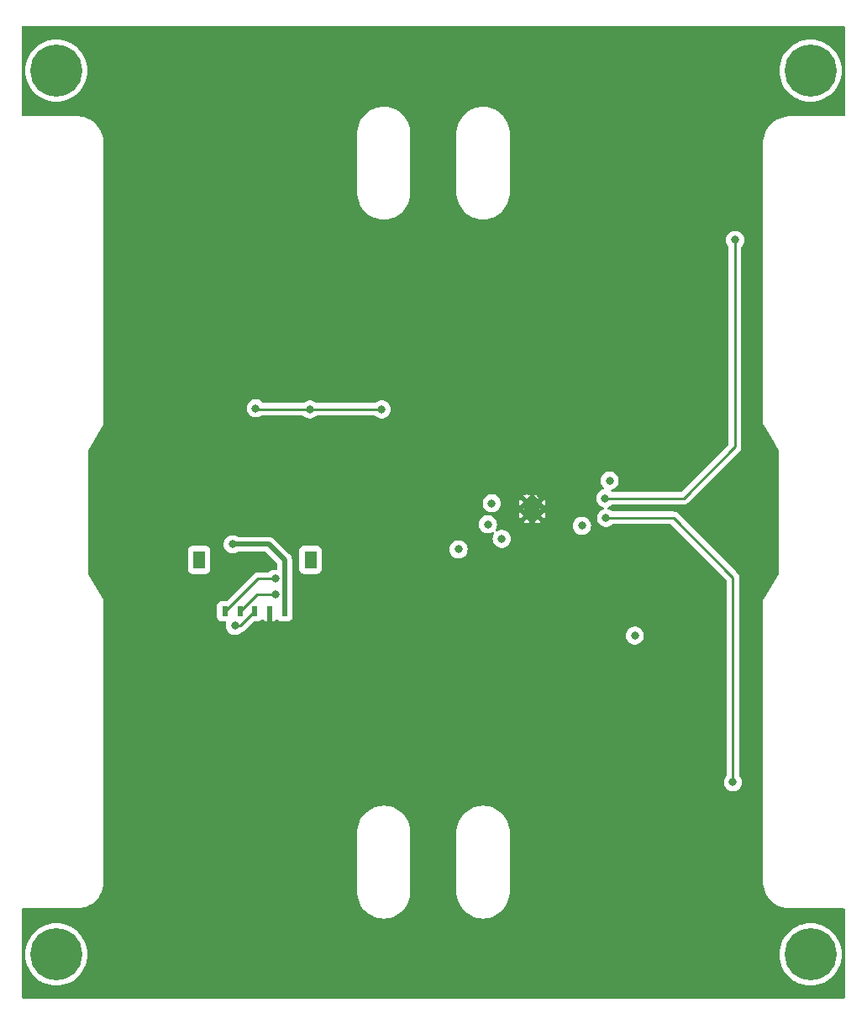
<source format=gbr>
%TF.GenerationSoftware,KiCad,Pcbnew,8.0.2-1*%
%TF.CreationDate,2024-06-12T16:50:45-07:00*%
%TF.ProjectId,solar-panel-NoCutout,736f6c61-722d-4706-916e-656c2d4e6f43,3.0*%
%TF.SameCoordinates,Original*%
%TF.FileFunction,Copper,L4,Bot*%
%TF.FilePolarity,Positive*%
%FSLAX46Y46*%
G04 Gerber Fmt 4.6, Leading zero omitted, Abs format (unit mm)*
G04 Created by KiCad (PCBNEW 8.0.2-1) date 2024-06-12 16:50:45*
%MOMM*%
%LPD*%
G01*
G04 APERTURE LIST*
%TA.AperFunction,ComponentPad*%
%ADD10C,5.250000*%
%TD*%
%TA.AperFunction,HeatsinkPad*%
%ADD11C,0.500000*%
%TD*%
%TA.AperFunction,HeatsinkPad*%
%ADD12R,1.600000X1.800000*%
%TD*%
%TA.AperFunction,SMDPad,CuDef*%
%ADD13R,0.600000X1.000000*%
%TD*%
%TA.AperFunction,SMDPad,CuDef*%
%ADD14R,1.250000X1.800000*%
%TD*%
%TA.AperFunction,ViaPad*%
%ADD15C,0.800000*%
%TD*%
%TA.AperFunction,Conductor*%
%ADD16C,0.250000*%
%TD*%
%TA.AperFunction,Conductor*%
%ADD17C,0.500000*%
%TD*%
G04 APERTURE END LIST*
D10*
%TO.P,J2,1,Pin_1*%
%TO.N,unconnected-(J2-Pin_1-Pad1)*%
X106500000Y-70300000D03*
%TD*%
%TO.P,J3,1,Pin_1*%
%TO.N,unconnected-(J3-Pin_1-Pad1)*%
X106500000Y-159300000D03*
%TD*%
%TO.P,J4,1,Pin_1*%
%TO.N,unconnected-(J4-Pin_1-Pad1)*%
X182500000Y-70300000D03*
%TD*%
%TO.P,J5,1,Pin_1*%
%TO.N,unconnected-(J5-Pin_1-Pad1)*%
X182500000Y-159300000D03*
%TD*%
D11*
%TO.P,U2,9,EP/GND*%
%TO.N,GND*%
X155000000Y-115070000D03*
X155000000Y-113770000D03*
D12*
X154450000Y-114420000D03*
D11*
X153900000Y-115070000D03*
X153900000Y-113770000D03*
%TD*%
D13*
%TO.P,J1,1,1*%
%TO.N,SDA*%
X123500000Y-124750000D03*
%TO.P,J1,2,2*%
%TO.N,SCL*%
X125000000Y-124750000D03*
%TO.P,J1,3,3*%
%TO.N,+3V3*%
X126499999Y-124750000D03*
%TO.P,J1,4,4*%
%TO.N,GND*%
X128000001Y-124750000D03*
%TO.P,J1,5,5*%
%TO.N,VSOLAR*%
X129500001Y-124750000D03*
D14*
%TO.P,J1,6,6*%
%TO.N,unconnected-(J1-Pad6)*%
X120895001Y-119560000D03*
%TO.P,J1,7,7*%
%TO.N,unconnected-(J1-Pad7)*%
X132104999Y-119560000D03*
%TD*%
D15*
%TO.N,GND*%
X168000000Y-156390000D03*
X155250000Y-112975000D03*
X158000000Y-109500000D03*
X144450000Y-156250000D03*
X149675000Y-112100000D03*
X121120000Y-156220000D03*
X124150000Y-116450000D03*
X137975000Y-112925000D03*
X160750000Y-114500000D03*
X164500000Y-110000000D03*
%TO.N,+3V3*%
X139300000Y-104410000D03*
X150375000Y-113875000D03*
X124500000Y-126200000D03*
X151390000Y-117440000D03*
X126600000Y-104300000D03*
X132050000Y-104410000D03*
%TO.N,VSOLAR*%
X124270000Y-118000000D03*
%TO.N,Net-(U3-EN)*%
X159470000Y-116130000D03*
X162260000Y-111570000D03*
%TO.N,SDA*%
X147030000Y-118510000D03*
X128560000Y-121470000D03*
%TO.N,SCL*%
X128630000Y-123030000D03*
X149990000Y-115990000D03*
%TO.N,Net-(U3-OUT+)*%
X161890000Y-115330000D03*
X174680000Y-141950000D03*
X161820000Y-113350000D03*
X164800000Y-127190000D03*
X174900000Y-87350000D03*
%TD*%
D16*
%TO.N,+3V3*%
X139300000Y-104410000D02*
X132050000Y-104410000D01*
X132050000Y-104410000D02*
X126710000Y-104410000D01*
X124500000Y-126200000D02*
X125049999Y-126200000D01*
X126710000Y-104410000D02*
X126600000Y-104300000D01*
X125049999Y-126200000D02*
X126499999Y-124750000D01*
D17*
%TO.N,VSOLAR*%
X129500001Y-119570001D02*
X129500001Y-124750000D01*
X127930000Y-118000000D02*
X129500001Y-119570001D01*
X124270000Y-118000000D02*
X127930000Y-118000000D01*
D16*
%TO.N,SDA*%
X126780000Y-121470000D02*
X128560000Y-121470000D01*
X123500000Y-124750000D02*
X126780000Y-121470000D01*
%TO.N,SCL*%
X125000000Y-124750000D02*
X126720000Y-123030000D01*
X126720000Y-123030000D02*
X128630000Y-123030000D01*
%TO.N,Net-(U3-OUT+)*%
X161820000Y-113350000D02*
X169720000Y-113350000D01*
X169720000Y-113350000D02*
X174900000Y-108170000D01*
X174900000Y-108170000D02*
X174900000Y-87350000D01*
X174680000Y-121310000D02*
X174680000Y-141950000D01*
X168700000Y-115330000D02*
X174680000Y-121310000D01*
X161890000Y-115330000D02*
X168700000Y-115330000D01*
%TD*%
%TA.AperFunction,Conductor*%
%TO.N,GND*%
G36*
X185916621Y-65795502D02*
G01*
X185963114Y-65849158D01*
X185974500Y-65901500D01*
X185974500Y-74773500D01*
X185954498Y-74841621D01*
X185900842Y-74888114D01*
X185848500Y-74899500D01*
X180413112Y-74899500D01*
X180412427Y-74899498D01*
X180400600Y-74899433D01*
X180269453Y-74898720D01*
X180269452Y-74898720D01*
X180269447Y-74898720D01*
X180076259Y-74919477D01*
X179969787Y-74930918D01*
X179969783Y-74930918D01*
X179969781Y-74930919D01*
X179969775Y-74930920D01*
X179675661Y-74996622D01*
X179675645Y-74996626D01*
X179390770Y-75095007D01*
X179390758Y-75095012D01*
X179118766Y-75224817D01*
X178863092Y-75384407D01*
X178626999Y-75571746D01*
X178413483Y-75784456D01*
X178225255Y-76019835D01*
X178064696Y-76274911D01*
X177933861Y-76546415D01*
X177933859Y-76546422D01*
X177834402Y-76830918D01*
X177834397Y-76830932D01*
X177767583Y-77124802D01*
X177767582Y-77124809D01*
X177734250Y-77424355D01*
X177734500Y-77574446D01*
X177734500Y-105931999D01*
X177732230Y-105951093D01*
X177732966Y-105955763D01*
X177733107Y-105957572D01*
X177733929Y-105959186D01*
X177735738Y-105963554D01*
X177747635Y-105978659D01*
X178502617Y-107213220D01*
X179305993Y-108526915D01*
X179324500Y-108592650D01*
X179324500Y-120957348D01*
X179305993Y-121023084D01*
X177747632Y-123571344D01*
X177735737Y-123586449D01*
X177733926Y-123590822D01*
X177733108Y-123592429D01*
X177732968Y-123594222D01*
X177732230Y-123598906D01*
X177734500Y-123618003D01*
X177734500Y-151952482D01*
X177734225Y-152125650D01*
X177734225Y-152125652D01*
X177767574Y-152425179D01*
X177767575Y-152425187D01*
X177833273Y-152714067D01*
X177834410Y-152719067D01*
X177932134Y-152998571D01*
X177933886Y-153003580D01*
X178064724Y-153275068D01*
X178225285Y-153530133D01*
X178413508Y-153765503D01*
X178413514Y-153765510D01*
X178413515Y-153765511D01*
X178627031Y-153978221D01*
X178863120Y-154165562D01*
X179118786Y-154325154D01*
X179390783Y-154454971D01*
X179675656Y-154553366D01*
X179969791Y-154619090D01*
X180269452Y-154651307D01*
X180419585Y-154650502D01*
X180420261Y-154650500D01*
X185848500Y-154650500D01*
X185916621Y-154670502D01*
X185963114Y-154724158D01*
X185974500Y-154776500D01*
X185974500Y-163598500D01*
X185954498Y-163666621D01*
X185900842Y-163713114D01*
X185848500Y-163724500D01*
X103151500Y-163724500D01*
X103083379Y-163704498D01*
X103036886Y-163650842D01*
X103025500Y-163598500D01*
X103025500Y-159300000D01*
X103361563Y-159300000D01*
X103381296Y-159651389D01*
X103381296Y-159651390D01*
X103381297Y-159651393D01*
X103440250Y-159998368D01*
X103517759Y-160267409D01*
X103537683Y-160336564D01*
X103672361Y-160661706D01*
X103672366Y-160661717D01*
X103672373Y-160661729D01*
X103842602Y-160969738D01*
X103842606Y-160969745D01*
X104046268Y-161256779D01*
X104046273Y-161256786D01*
X104147692Y-161370274D01*
X104280790Y-161519210D01*
X104447448Y-161668144D01*
X104543213Y-161753726D01*
X104543220Y-161753731D01*
X104830254Y-161957393D01*
X104830261Y-161957397D01*
X104943389Y-162019920D01*
X105138283Y-162127634D01*
X105463440Y-162262318D01*
X105801632Y-162359750D01*
X106148607Y-162418703D01*
X106500000Y-162438437D01*
X106851393Y-162418703D01*
X107198368Y-162359750D01*
X107536560Y-162262318D01*
X107861717Y-162127634D01*
X108169749Y-161957391D01*
X108456783Y-161753729D01*
X108719210Y-161519210D01*
X108953729Y-161256783D01*
X109157391Y-160969749D01*
X109327634Y-160661717D01*
X109462318Y-160336560D01*
X109559750Y-159998368D01*
X109618703Y-159651393D01*
X109638437Y-159300000D01*
X179361563Y-159300000D01*
X179381296Y-159651389D01*
X179381296Y-159651390D01*
X179381297Y-159651393D01*
X179440250Y-159998368D01*
X179517759Y-160267409D01*
X179537683Y-160336564D01*
X179672361Y-160661706D01*
X179672366Y-160661717D01*
X179672373Y-160661729D01*
X179842602Y-160969738D01*
X179842606Y-160969745D01*
X180046268Y-161256779D01*
X180046273Y-161256786D01*
X180147692Y-161370274D01*
X180280790Y-161519210D01*
X180447448Y-161668144D01*
X180543213Y-161753726D01*
X180543220Y-161753731D01*
X180830254Y-161957393D01*
X180830261Y-161957397D01*
X180943389Y-162019920D01*
X181138283Y-162127634D01*
X181463440Y-162262318D01*
X181801632Y-162359750D01*
X182148607Y-162418703D01*
X182500000Y-162438437D01*
X182851393Y-162418703D01*
X183198368Y-162359750D01*
X183536560Y-162262318D01*
X183861717Y-162127634D01*
X184169749Y-161957391D01*
X184456783Y-161753729D01*
X184719210Y-161519210D01*
X184953729Y-161256783D01*
X185157391Y-160969749D01*
X185327634Y-160661717D01*
X185462318Y-160336560D01*
X185559750Y-159998368D01*
X185618703Y-159651393D01*
X185638437Y-159300000D01*
X185618703Y-158948607D01*
X185559750Y-158601632D01*
X185462318Y-158263440D01*
X185327634Y-157938283D01*
X185157391Y-157630251D01*
X184953729Y-157343217D01*
X184953728Y-157343216D01*
X184953726Y-157343213D01*
X184868144Y-157247448D01*
X184719210Y-157080790D01*
X184570274Y-156947692D01*
X184456786Y-156846273D01*
X184456779Y-156846268D01*
X184169745Y-156642606D01*
X184169738Y-156642602D01*
X183949669Y-156520975D01*
X183861717Y-156472366D01*
X183861710Y-156472363D01*
X183861706Y-156472361D01*
X183536564Y-156337683D01*
X183467409Y-156317759D01*
X183198368Y-156240250D01*
X183198362Y-156240249D01*
X183198359Y-156240248D01*
X182851389Y-156181296D01*
X182500000Y-156161563D01*
X182148610Y-156181296D01*
X182148609Y-156181296D01*
X181801640Y-156240248D01*
X181801634Y-156240249D01*
X181801632Y-156240250D01*
X181663330Y-156280094D01*
X181463435Y-156337683D01*
X181138293Y-156472361D01*
X181138270Y-156472373D01*
X180830261Y-156642602D01*
X180830254Y-156642606D01*
X180543220Y-156846268D01*
X180543213Y-156846273D01*
X180280790Y-157080790D01*
X180046273Y-157343213D01*
X180046268Y-157343220D01*
X179842606Y-157630254D01*
X179842602Y-157630261D01*
X179672373Y-157938270D01*
X179672361Y-157938293D01*
X179537683Y-158263435D01*
X179440248Y-158601640D01*
X179381296Y-158948609D01*
X179381296Y-158948610D01*
X179361563Y-159300000D01*
X109638437Y-159300000D01*
X109618703Y-158948607D01*
X109559750Y-158601632D01*
X109462318Y-158263440D01*
X109327634Y-157938283D01*
X109157391Y-157630251D01*
X108953729Y-157343217D01*
X108953728Y-157343216D01*
X108953726Y-157343213D01*
X108868144Y-157247448D01*
X108719210Y-157080790D01*
X108570274Y-156947692D01*
X108456786Y-156846273D01*
X108456779Y-156846268D01*
X108169745Y-156642606D01*
X108169738Y-156642602D01*
X107949669Y-156520975D01*
X107861717Y-156472366D01*
X107861710Y-156472363D01*
X107861706Y-156472361D01*
X107536564Y-156337683D01*
X107467409Y-156317759D01*
X107198368Y-156240250D01*
X107198362Y-156240249D01*
X107198359Y-156240248D01*
X106851389Y-156181296D01*
X106500000Y-156161563D01*
X106148610Y-156181296D01*
X106148609Y-156181296D01*
X105801640Y-156240248D01*
X105801634Y-156240249D01*
X105801632Y-156240250D01*
X105663330Y-156280094D01*
X105463435Y-156337683D01*
X105138293Y-156472361D01*
X105138270Y-156472373D01*
X104830261Y-156642602D01*
X104830254Y-156642606D01*
X104543220Y-156846268D01*
X104543213Y-156846273D01*
X104280790Y-157080790D01*
X104046273Y-157343213D01*
X104046268Y-157343220D01*
X103842606Y-157630254D01*
X103842602Y-157630261D01*
X103672373Y-157938270D01*
X103672361Y-157938293D01*
X103537683Y-158263435D01*
X103440248Y-158601640D01*
X103381296Y-158948609D01*
X103381296Y-158948610D01*
X103361563Y-159300000D01*
X103025500Y-159300000D01*
X103025500Y-154771500D01*
X103045502Y-154703379D01*
X103099158Y-154656886D01*
X103151500Y-154645500D01*
X108579855Y-154645500D01*
X108586765Y-154645500D01*
X108587445Y-154645502D01*
X108588434Y-154645507D01*
X108730547Y-154646275D01*
X109030208Y-154614068D01*
X109226298Y-154570257D01*
X109324340Y-154548353D01*
X109324343Y-154548352D01*
X109373203Y-154531477D01*
X109609218Y-154449964D01*
X109881216Y-154320151D01*
X110136883Y-154160562D01*
X110372972Y-153973224D01*
X110586488Y-153760514D01*
X110774717Y-153525134D01*
X110935271Y-153270073D01*
X111066112Y-152998568D01*
X111165577Y-152714067D01*
X111232403Y-152420182D01*
X111265744Y-152120645D01*
X111265500Y-151970567D01*
X111265500Y-146844167D01*
X136824500Y-146844167D01*
X136824500Y-153155832D01*
X136860681Y-153465378D01*
X136860682Y-153465384D01*
X136876028Y-153530133D01*
X136930629Y-153760513D01*
X136932557Y-153768645D01*
X136932558Y-153768650D01*
X137039146Y-154061497D01*
X137039151Y-154061509D01*
X137179024Y-154340021D01*
X137350279Y-154600400D01*
X137550610Y-154839147D01*
X137777310Y-155053028D01*
X137920893Y-155159921D01*
X138027297Y-155239136D01*
X138297203Y-155394966D01*
X138583374Y-155518408D01*
X138881942Y-155607793D01*
X139188867Y-155661913D01*
X139500000Y-155680034D01*
X139811133Y-155661913D01*
X140118058Y-155607793D01*
X140416626Y-155518408D01*
X140702797Y-155394966D01*
X140972703Y-155239136D01*
X141222693Y-155053025D01*
X141449386Y-154839151D01*
X141649717Y-154600405D01*
X141820978Y-154340017D01*
X141960850Y-154061507D01*
X142067444Y-153768642D01*
X142139318Y-153465383D01*
X142175500Y-153155830D01*
X142175500Y-153000000D01*
X142175500Y-152991715D01*
X142175500Y-146989438D01*
X142175500Y-146844170D01*
X142175500Y-146844167D01*
X146824500Y-146844167D01*
X146824500Y-153155832D01*
X146860681Y-153465378D01*
X146860682Y-153465384D01*
X146876028Y-153530133D01*
X146930629Y-153760513D01*
X146932557Y-153768645D01*
X146932558Y-153768650D01*
X147039146Y-154061497D01*
X147039151Y-154061509D01*
X147179024Y-154340021D01*
X147350279Y-154600400D01*
X147550610Y-154839147D01*
X147777310Y-155053028D01*
X147920893Y-155159921D01*
X148027297Y-155239136D01*
X148297203Y-155394966D01*
X148583374Y-155518408D01*
X148881942Y-155607793D01*
X149188867Y-155661913D01*
X149500000Y-155680034D01*
X149811133Y-155661913D01*
X150118058Y-155607793D01*
X150416626Y-155518408D01*
X150702797Y-155394966D01*
X150972703Y-155239136D01*
X151222693Y-155053025D01*
X151449386Y-154839151D01*
X151649717Y-154600405D01*
X151820978Y-154340017D01*
X151960850Y-154061507D01*
X152067444Y-153768642D01*
X152139318Y-153465383D01*
X152175500Y-153155830D01*
X152175500Y-153000000D01*
X152175500Y-152991715D01*
X152175500Y-146989438D01*
X152175500Y-146844170D01*
X152139318Y-146534617D01*
X152067444Y-146231358D01*
X151960850Y-145938493D01*
X151820978Y-145659983D01*
X151820975Y-145659978D01*
X151649720Y-145399599D01*
X151449389Y-145160852D01*
X151222689Y-144946971D01*
X150972718Y-144760875D01*
X150972715Y-144760873D01*
X150972703Y-144760864D01*
X150702797Y-144605034D01*
X150702798Y-144605034D01*
X150702794Y-144605032D01*
X150416633Y-144481595D01*
X150416632Y-144481594D01*
X150416626Y-144481592D01*
X150118058Y-144392207D01*
X150118059Y-144392207D01*
X150023309Y-144375500D01*
X149811133Y-144338087D01*
X149811129Y-144338086D01*
X149811125Y-144338086D01*
X149500000Y-144319966D01*
X149188877Y-144338086D01*
X149188871Y-144338086D01*
X148881941Y-144392207D01*
X148754360Y-144430402D01*
X148583374Y-144481592D01*
X148583372Y-144481593D01*
X148583366Y-144481595D01*
X148297205Y-144605032D01*
X148297200Y-144605035D01*
X148027308Y-144760857D01*
X148027281Y-144760875D01*
X147777310Y-144946971D01*
X147550610Y-145160852D01*
X147350279Y-145399599D01*
X147179024Y-145659978D01*
X147039151Y-145938490D01*
X147039146Y-145938502D01*
X146932558Y-146231349D01*
X146932557Y-146231354D01*
X146860682Y-146534615D01*
X146860681Y-146534621D01*
X146824500Y-146844167D01*
X142175500Y-146844167D01*
X142139318Y-146534617D01*
X142067444Y-146231358D01*
X141960850Y-145938493D01*
X141820978Y-145659983D01*
X141820975Y-145659978D01*
X141649720Y-145399599D01*
X141449389Y-145160852D01*
X141222689Y-144946971D01*
X140972718Y-144760875D01*
X140972715Y-144760873D01*
X140972703Y-144760864D01*
X140702797Y-144605034D01*
X140702798Y-144605034D01*
X140702794Y-144605032D01*
X140416633Y-144481595D01*
X140416632Y-144481594D01*
X140416626Y-144481592D01*
X140118058Y-144392207D01*
X140118059Y-144392207D01*
X140023309Y-144375500D01*
X139811133Y-144338087D01*
X139811129Y-144338086D01*
X139811125Y-144338086D01*
X139500000Y-144319966D01*
X139188877Y-144338086D01*
X139188871Y-144338086D01*
X138881941Y-144392207D01*
X138754360Y-144430402D01*
X138583374Y-144481592D01*
X138583372Y-144481593D01*
X138583366Y-144481595D01*
X138297205Y-144605032D01*
X138297200Y-144605035D01*
X138027308Y-144760857D01*
X138027281Y-144760875D01*
X137777310Y-144946971D01*
X137550610Y-145160852D01*
X137350279Y-145399599D01*
X137179024Y-145659978D01*
X137039151Y-145938490D01*
X137039146Y-145938502D01*
X136932558Y-146231349D01*
X136932557Y-146231354D01*
X136860682Y-146534615D01*
X136860681Y-146534621D01*
X136824500Y-146844167D01*
X111265500Y-146844167D01*
X111265500Y-127190000D01*
X163886496Y-127190000D01*
X163906457Y-127379927D01*
X163936526Y-127472470D01*
X163965473Y-127561556D01*
X163965476Y-127561561D01*
X164060958Y-127726941D01*
X164060965Y-127726951D01*
X164188744Y-127868864D01*
X164188747Y-127868866D01*
X164343248Y-127981118D01*
X164517712Y-128058794D01*
X164704513Y-128098500D01*
X164895487Y-128098500D01*
X165082288Y-128058794D01*
X165256752Y-127981118D01*
X165411253Y-127868866D01*
X165539040Y-127726944D01*
X165634527Y-127561556D01*
X165693542Y-127379928D01*
X165713504Y-127190000D01*
X165693542Y-127000072D01*
X165634527Y-126818444D01*
X165539040Y-126653056D01*
X165539038Y-126653054D01*
X165539034Y-126653048D01*
X165411255Y-126511135D01*
X165256752Y-126398882D01*
X165082288Y-126321206D01*
X164895487Y-126281500D01*
X164704513Y-126281500D01*
X164517711Y-126321206D01*
X164343247Y-126398882D01*
X164188744Y-126511135D01*
X164060965Y-126653048D01*
X164060958Y-126653058D01*
X163965476Y-126818438D01*
X163965473Y-126818444D01*
X163953600Y-126854984D01*
X163906457Y-127000072D01*
X163886496Y-127190000D01*
X111265500Y-127190000D01*
X111265500Y-124201350D01*
X122691500Y-124201350D01*
X122691500Y-125298649D01*
X122698009Y-125359196D01*
X122698011Y-125359204D01*
X122749110Y-125496202D01*
X122749112Y-125496207D01*
X122836738Y-125613261D01*
X122953792Y-125700887D01*
X122953794Y-125700888D01*
X122953796Y-125700889D01*
X123012875Y-125722924D01*
X123090795Y-125751988D01*
X123090803Y-125751990D01*
X123151350Y-125758499D01*
X123151355Y-125758499D01*
X123151362Y-125758500D01*
X123514775Y-125758500D01*
X123582896Y-125778502D01*
X123629389Y-125832158D01*
X123639493Y-125902432D01*
X123634608Y-125923437D01*
X123606457Y-126010072D01*
X123586496Y-126200000D01*
X123606457Y-126389927D01*
X123609367Y-126398882D01*
X123665473Y-126571556D01*
X123665476Y-126571561D01*
X123760958Y-126736941D01*
X123760965Y-126736951D01*
X123888744Y-126878864D01*
X123888747Y-126878866D01*
X124043248Y-126991118D01*
X124217712Y-127068794D01*
X124404513Y-127108500D01*
X124595487Y-127108500D01*
X124782288Y-127068794D01*
X124956752Y-126991118D01*
X125111253Y-126878866D01*
X125132756Y-126854982D01*
X125193200Y-126817743D01*
X125201797Y-126815716D01*
X125234784Y-126809155D01*
X125350074Y-126761400D01*
X125453832Y-126692071D01*
X126350500Y-125795404D01*
X126412812Y-125761379D01*
X126439595Y-125758500D01*
X126848631Y-125758500D01*
X126848637Y-125758500D01*
X126848644Y-125758499D01*
X126848648Y-125758499D01*
X126909195Y-125751990D01*
X126909198Y-125751989D01*
X126909200Y-125751989D01*
X127046203Y-125700889D01*
X127046796Y-125700445D01*
X127170474Y-125607861D01*
X127171732Y-125609542D01*
X127223574Y-125581234D01*
X127294389Y-125586299D01*
X127329071Y-125608588D01*
X127329883Y-125607504D01*
X127454035Y-125700444D01*
X127590907Y-125751494D01*
X127651403Y-125757999D01*
X127651416Y-125758000D01*
X127746001Y-125758000D01*
X127746001Y-124622000D01*
X127766003Y-124553879D01*
X127819659Y-124507386D01*
X127872001Y-124496000D01*
X128128001Y-124496000D01*
X128196122Y-124516002D01*
X128242615Y-124569658D01*
X128254001Y-124622000D01*
X128254001Y-125758000D01*
X128348586Y-125758000D01*
X128348598Y-125757999D01*
X128409094Y-125751494D01*
X128545964Y-125700445D01*
X128670118Y-125607503D01*
X128671464Y-125609301D01*
X128722844Y-125581238D01*
X128793661Y-125586294D01*
X128828778Y-125608859D01*
X128829526Y-125607861D01*
X128953793Y-125700887D01*
X128953795Y-125700888D01*
X128953797Y-125700889D01*
X129012876Y-125722924D01*
X129090796Y-125751988D01*
X129090804Y-125751990D01*
X129151351Y-125758499D01*
X129151356Y-125758499D01*
X129151363Y-125758500D01*
X129151369Y-125758500D01*
X129848633Y-125758500D01*
X129848639Y-125758500D01*
X129848646Y-125758499D01*
X129848650Y-125758499D01*
X129909197Y-125751990D01*
X129909200Y-125751989D01*
X129909202Y-125751989D01*
X130046205Y-125700889D01*
X130046800Y-125700444D01*
X130163262Y-125613261D01*
X130250888Y-125496207D01*
X130250888Y-125496206D01*
X130250890Y-125496204D01*
X130301990Y-125359201D01*
X130308501Y-125298638D01*
X130308501Y-124201362D01*
X130301990Y-124140803D01*
X130301990Y-124140800D01*
X130301988Y-124140795D01*
X130288282Y-124104046D01*
X130266445Y-124045498D01*
X130258501Y-124001466D01*
X130258501Y-119495294D01*
X130258500Y-119495291D01*
X130235327Y-119378794D01*
X130229352Y-119348755D01*
X130172175Y-119210717D01*
X130089166Y-119086485D01*
X129983517Y-118980836D01*
X129614031Y-118611350D01*
X130971499Y-118611350D01*
X130971499Y-120508649D01*
X130978008Y-120569196D01*
X130978010Y-120569204D01*
X131029109Y-120706202D01*
X131029111Y-120706207D01*
X131116737Y-120823261D01*
X131233791Y-120910887D01*
X131233793Y-120910888D01*
X131233795Y-120910889D01*
X131292874Y-120932924D01*
X131370794Y-120961988D01*
X131370802Y-120961990D01*
X131431349Y-120968499D01*
X131431354Y-120968499D01*
X131431361Y-120968500D01*
X131431367Y-120968500D01*
X132778631Y-120968500D01*
X132778637Y-120968500D01*
X132778644Y-120968499D01*
X132778648Y-120968499D01*
X132839195Y-120961990D01*
X132839198Y-120961989D01*
X132839200Y-120961989D01*
X132976203Y-120910889D01*
X133093260Y-120823261D01*
X133180886Y-120706207D01*
X133180886Y-120706206D01*
X133180888Y-120706204D01*
X133224959Y-120588045D01*
X133231987Y-120569204D01*
X133231989Y-120569196D01*
X133238498Y-120508649D01*
X133238499Y-120508632D01*
X133238499Y-118611367D01*
X133238498Y-118611350D01*
X133231989Y-118550803D01*
X133231987Y-118550795D01*
X133216771Y-118510000D01*
X146116496Y-118510000D01*
X146136457Y-118699927D01*
X146155489Y-118758500D01*
X146195473Y-118881556D01*
X146195476Y-118881561D01*
X146290958Y-119046941D01*
X146290965Y-119046951D01*
X146418744Y-119188864D01*
X146418747Y-119188866D01*
X146573248Y-119301118D01*
X146747712Y-119378794D01*
X146934513Y-119418500D01*
X147125487Y-119418500D01*
X147312288Y-119378794D01*
X147486752Y-119301118D01*
X147641253Y-119188866D01*
X147769040Y-119046944D01*
X147864527Y-118881556D01*
X147923542Y-118699928D01*
X147943504Y-118510000D01*
X147923542Y-118320072D01*
X147864527Y-118138444D01*
X147769040Y-117973056D01*
X147769038Y-117973054D01*
X147769034Y-117973048D01*
X147641255Y-117831135D01*
X147486752Y-117718882D01*
X147312288Y-117641206D01*
X147125487Y-117601500D01*
X146934513Y-117601500D01*
X146747711Y-117641206D01*
X146573247Y-117718882D01*
X146418744Y-117831135D01*
X146290965Y-117973048D01*
X146290958Y-117973058D01*
X146195476Y-118138438D01*
X146195473Y-118138445D01*
X146136457Y-118320072D01*
X146116496Y-118510000D01*
X133216771Y-118510000D01*
X133180888Y-118413797D01*
X133180886Y-118413792D01*
X133093260Y-118296738D01*
X132976206Y-118209112D01*
X132976201Y-118209110D01*
X132839203Y-118158011D01*
X132839195Y-118158009D01*
X132778648Y-118151500D01*
X132778637Y-118151500D01*
X131431361Y-118151500D01*
X131431349Y-118151500D01*
X131370802Y-118158009D01*
X131370794Y-118158011D01*
X131233796Y-118209110D01*
X131233791Y-118209112D01*
X131116737Y-118296738D01*
X131029111Y-118413792D01*
X131029109Y-118413797D01*
X130978010Y-118550795D01*
X130978008Y-118550803D01*
X130971499Y-118611350D01*
X129614031Y-118611350D01*
X128413515Y-117410834D01*
X128289284Y-117327826D01*
X128151247Y-117270649D01*
X128077976Y-117256074D01*
X128077975Y-117256073D01*
X128004711Y-117241500D01*
X128004706Y-117241500D01*
X124812587Y-117241500D01*
X124744466Y-117221498D01*
X124738524Y-117217435D01*
X124726754Y-117208883D01*
X124552288Y-117131206D01*
X124365487Y-117091500D01*
X124174513Y-117091500D01*
X123987711Y-117131206D01*
X123813247Y-117208882D01*
X123658744Y-117321135D01*
X123530965Y-117463048D01*
X123530958Y-117463058D01*
X123451029Y-117601500D01*
X123435473Y-117628444D01*
X123420999Y-117672986D01*
X123376457Y-117810072D01*
X123356496Y-118000000D01*
X123376457Y-118189927D01*
X123406526Y-118282470D01*
X123435473Y-118371556D01*
X123435476Y-118371561D01*
X123530958Y-118536941D01*
X123530965Y-118536951D01*
X123658744Y-118678864D01*
X123658747Y-118678866D01*
X123813248Y-118791118D01*
X123987712Y-118868794D01*
X124174513Y-118908500D01*
X124365487Y-118908500D01*
X124552288Y-118868794D01*
X124726752Y-118791118D01*
X124738524Y-118782564D01*
X124805391Y-118758706D01*
X124812587Y-118758500D01*
X127563629Y-118758500D01*
X127631750Y-118778502D01*
X127652724Y-118795405D01*
X128704596Y-119847277D01*
X128738622Y-119909589D01*
X128741501Y-119936372D01*
X128741501Y-120435500D01*
X128721499Y-120503621D01*
X128667843Y-120550114D01*
X128615501Y-120561500D01*
X128464513Y-120561500D01*
X128277711Y-120601206D01*
X128103247Y-120678882D01*
X127948747Y-120791133D01*
X127945437Y-120794810D01*
X127884991Y-120832050D01*
X127851800Y-120836500D01*
X126717603Y-120836500D01*
X126644960Y-120850950D01*
X126595215Y-120860845D01*
X126595213Y-120860845D01*
X126595207Y-120860847D01*
X126485800Y-120906166D01*
X126485794Y-120906169D01*
X126479926Y-120908599D01*
X126376171Y-120977926D01*
X126376164Y-120977931D01*
X123649501Y-123704595D01*
X123587189Y-123738621D01*
X123560406Y-123741500D01*
X123151350Y-123741500D01*
X123090803Y-123748009D01*
X123090795Y-123748011D01*
X122953797Y-123799110D01*
X122953792Y-123799112D01*
X122836738Y-123886738D01*
X122749112Y-124003792D01*
X122749110Y-124003797D01*
X122698011Y-124140795D01*
X122698009Y-124140803D01*
X122691500Y-124201350D01*
X111265500Y-124201350D01*
X111265500Y-123613003D01*
X111267769Y-123593906D01*
X111267032Y-123589222D01*
X111266891Y-123587430D01*
X111266074Y-123585823D01*
X111264260Y-123581444D01*
X111252363Y-123566339D01*
X109694007Y-121018084D01*
X109675500Y-120952348D01*
X109675500Y-118611350D01*
X119761501Y-118611350D01*
X119761501Y-120508649D01*
X119768010Y-120569196D01*
X119768012Y-120569204D01*
X119819111Y-120706202D01*
X119819113Y-120706207D01*
X119906739Y-120823261D01*
X120023793Y-120910887D01*
X120023795Y-120910888D01*
X120023797Y-120910889D01*
X120082876Y-120932924D01*
X120160796Y-120961988D01*
X120160804Y-120961990D01*
X120221351Y-120968499D01*
X120221356Y-120968499D01*
X120221363Y-120968500D01*
X120221369Y-120968500D01*
X121568633Y-120968500D01*
X121568639Y-120968500D01*
X121568646Y-120968499D01*
X121568650Y-120968499D01*
X121629197Y-120961990D01*
X121629200Y-120961989D01*
X121629202Y-120961989D01*
X121766205Y-120910889D01*
X121883262Y-120823261D01*
X121970888Y-120706207D01*
X121970888Y-120706206D01*
X121970890Y-120706204D01*
X122014961Y-120588045D01*
X122021989Y-120569204D01*
X122021991Y-120569196D01*
X122028500Y-120508649D01*
X122028501Y-120508632D01*
X122028501Y-118611367D01*
X122028500Y-118611350D01*
X122021991Y-118550803D01*
X122021989Y-118550795D01*
X121970890Y-118413797D01*
X121970888Y-118413792D01*
X121883262Y-118296738D01*
X121766208Y-118209112D01*
X121766203Y-118209110D01*
X121629205Y-118158011D01*
X121629197Y-118158009D01*
X121568650Y-118151500D01*
X121568639Y-118151500D01*
X120221363Y-118151500D01*
X120221351Y-118151500D01*
X120160804Y-118158009D01*
X120160796Y-118158011D01*
X120023798Y-118209110D01*
X120023793Y-118209112D01*
X119906739Y-118296738D01*
X119819113Y-118413792D01*
X119819111Y-118413797D01*
X119768012Y-118550795D01*
X119768010Y-118550803D01*
X119761501Y-118611350D01*
X109675500Y-118611350D01*
X109675500Y-115990000D01*
X149076496Y-115990000D01*
X149096457Y-116179927D01*
X149115489Y-116238500D01*
X149155473Y-116361556D01*
X149155476Y-116361561D01*
X149250958Y-116526941D01*
X149250965Y-116526951D01*
X149378744Y-116668864D01*
X149378747Y-116668866D01*
X149533248Y-116781118D01*
X149707712Y-116858794D01*
X149894513Y-116898500D01*
X150085487Y-116898500D01*
X150272288Y-116858794D01*
X150446752Y-116781118D01*
X150446768Y-116781106D01*
X150451419Y-116778422D01*
X150520413Y-116761679D01*
X150587507Y-116784895D01*
X150631398Y-116840699D01*
X150638152Y-116911374D01*
X150623546Y-116950537D01*
X150555476Y-117068438D01*
X150555473Y-117068445D01*
X150496457Y-117250072D01*
X150476496Y-117440000D01*
X150496457Y-117629927D01*
X150500122Y-117641206D01*
X150555473Y-117811556D01*
X150555476Y-117811561D01*
X150650958Y-117976941D01*
X150650965Y-117976951D01*
X150778744Y-118118864D01*
X150832625Y-118158011D01*
X150933248Y-118231118D01*
X151107712Y-118308794D01*
X151294513Y-118348500D01*
X151485487Y-118348500D01*
X151672288Y-118308794D01*
X151846752Y-118231118D01*
X152001253Y-118118866D01*
X152001255Y-118118864D01*
X152129034Y-117976951D01*
X152129035Y-117976949D01*
X152129040Y-117976944D01*
X152224527Y-117811556D01*
X152283542Y-117629928D01*
X152303504Y-117440000D01*
X152283542Y-117250072D01*
X152224527Y-117068444D01*
X152129040Y-116903056D01*
X152129038Y-116903054D01*
X152129034Y-116903048D01*
X152001255Y-116761135D01*
X151846752Y-116648882D01*
X151672288Y-116571206D01*
X151485487Y-116531500D01*
X151294513Y-116531500D01*
X151107711Y-116571206D01*
X150933247Y-116648882D01*
X150928568Y-116651584D01*
X150859572Y-116668319D01*
X150792481Y-116645096D01*
X150748596Y-116589287D01*
X150741850Y-116518611D01*
X150756450Y-116479467D01*
X150824527Y-116361556D01*
X150883542Y-116179928D01*
X150888790Y-116130000D01*
X158556496Y-116130000D01*
X158576457Y-116319927D01*
X158589985Y-116361561D01*
X158635473Y-116501556D01*
X158635476Y-116501561D01*
X158730958Y-116666941D01*
X158730965Y-116666951D01*
X158858744Y-116808864D01*
X158858747Y-116808866D01*
X159013248Y-116921118D01*
X159187712Y-116998794D01*
X159374513Y-117038500D01*
X159565487Y-117038500D01*
X159752288Y-116998794D01*
X159926752Y-116921118D01*
X160081253Y-116808866D01*
X160102837Y-116784895D01*
X160209034Y-116666951D01*
X160209035Y-116666949D01*
X160209040Y-116666944D01*
X160304527Y-116501556D01*
X160363542Y-116319928D01*
X160383504Y-116130000D01*
X160363542Y-115940072D01*
X160304527Y-115758444D01*
X160209040Y-115593056D01*
X160209038Y-115593054D01*
X160209034Y-115593048D01*
X160081255Y-115451135D01*
X159926752Y-115338882D01*
X159752288Y-115261206D01*
X159565487Y-115221500D01*
X159374513Y-115221500D01*
X159187711Y-115261206D01*
X159013247Y-115338882D01*
X158858744Y-115451135D01*
X158730965Y-115593048D01*
X158730958Y-115593058D01*
X158635476Y-115758438D01*
X158635473Y-115758445D01*
X158576457Y-115940072D01*
X158556496Y-116130000D01*
X150888790Y-116130000D01*
X150903504Y-115990000D01*
X150883542Y-115800072D01*
X150869286Y-115756198D01*
X153567353Y-115756198D01*
X153569032Y-115757254D01*
X153569035Y-115757255D01*
X153730259Y-115813669D01*
X153900000Y-115832795D01*
X154069740Y-115813669D01*
X154230963Y-115757256D01*
X154232644Y-115756198D01*
X154667353Y-115756198D01*
X154669032Y-115757254D01*
X154669035Y-115757255D01*
X154830259Y-115813669D01*
X155000000Y-115832795D01*
X155169740Y-115813669D01*
X155330963Y-115757256D01*
X155332644Y-115756198D01*
X155332644Y-115756196D01*
X155000001Y-115423553D01*
X155000000Y-115423553D01*
X154667353Y-115756198D01*
X154232644Y-115756198D01*
X154232644Y-115756196D01*
X153900001Y-115423553D01*
X153900000Y-115423553D01*
X153567353Y-115756198D01*
X150869286Y-115756198D01*
X150824527Y-115618444D01*
X150729040Y-115453056D01*
X150729038Y-115453054D01*
X150729034Y-115453048D01*
X150601255Y-115311135D01*
X150446752Y-115198882D01*
X150272288Y-115121206D01*
X150085487Y-115081500D01*
X149894513Y-115081500D01*
X149707711Y-115121206D01*
X149533247Y-115198882D01*
X149378744Y-115311135D01*
X149250965Y-115453048D01*
X149250958Y-115453058D01*
X149155476Y-115618438D01*
X149155473Y-115618445D01*
X149096457Y-115800072D01*
X149076496Y-115990000D01*
X109675500Y-115990000D01*
X109675500Y-115070000D01*
X153137204Y-115070000D01*
X153156330Y-115239740D01*
X153212744Y-115400963D01*
X153212746Y-115400967D01*
X153213800Y-115402644D01*
X153213801Y-115402645D01*
X153546447Y-115069999D01*
X153526557Y-115050109D01*
X153800000Y-115050109D01*
X153800000Y-115089891D01*
X153815224Y-115126645D01*
X153843355Y-115154776D01*
X153880109Y-115170000D01*
X153919891Y-115170000D01*
X153956645Y-115154776D01*
X153984776Y-115126645D01*
X154000000Y-115089891D01*
X154000000Y-115069999D01*
X154253553Y-115069999D01*
X154253553Y-115070001D01*
X154449999Y-115266447D01*
X154450001Y-115266447D01*
X154646447Y-115070001D01*
X154646447Y-115069999D01*
X154626557Y-115050109D01*
X154900000Y-115050109D01*
X154900000Y-115089891D01*
X154915224Y-115126645D01*
X154943355Y-115154776D01*
X154980109Y-115170000D01*
X155019891Y-115170000D01*
X155056645Y-115154776D01*
X155084776Y-115126645D01*
X155100000Y-115089891D01*
X155100000Y-115069999D01*
X155353553Y-115069999D01*
X155353553Y-115070001D01*
X155686196Y-115402644D01*
X155686198Y-115402644D01*
X155687256Y-115400963D01*
X155743669Y-115239740D01*
X155762795Y-115070000D01*
X155743669Y-114900259D01*
X155687255Y-114739035D01*
X155687254Y-114739032D01*
X155686198Y-114737354D01*
X155353553Y-115069999D01*
X155100000Y-115069999D01*
X155100000Y-115050109D01*
X155084776Y-115013355D01*
X155056645Y-114985224D01*
X155019891Y-114970000D01*
X154980109Y-114970000D01*
X154943355Y-114985224D01*
X154915224Y-115013355D01*
X154900000Y-115050109D01*
X154626557Y-115050109D01*
X154450001Y-114873553D01*
X154449999Y-114873553D01*
X154253553Y-115069999D01*
X154000000Y-115069999D01*
X154000000Y-115050109D01*
X153984776Y-115013355D01*
X153956645Y-114985224D01*
X153919891Y-114970000D01*
X153880109Y-114970000D01*
X153843355Y-114985224D01*
X153815224Y-115013355D01*
X153800000Y-115050109D01*
X153526557Y-115050109D01*
X153213801Y-114737353D01*
X153212745Y-114739035D01*
X153212744Y-114739036D01*
X153156330Y-114900259D01*
X153137204Y-115070000D01*
X109675500Y-115070000D01*
X109675500Y-113875000D01*
X149461496Y-113875000D01*
X149481457Y-114064927D01*
X149506214Y-114141118D01*
X149540473Y-114246556D01*
X149540476Y-114246561D01*
X149635958Y-114411941D01*
X149635965Y-114411951D01*
X149763744Y-114553864D01*
X149763747Y-114553866D01*
X149918248Y-114666118D01*
X150092712Y-114743794D01*
X150279513Y-114783500D01*
X150470487Y-114783500D01*
X150657288Y-114743794D01*
X150831752Y-114666118D01*
X150986253Y-114553866D01*
X151066335Y-114464926D01*
X151106788Y-114419999D01*
X153603553Y-114419999D01*
X153603553Y-114420001D01*
X153899999Y-114716447D01*
X153900001Y-114716447D01*
X154196447Y-114420001D01*
X154196447Y-114419999D01*
X154703553Y-114419999D01*
X154703553Y-114420001D01*
X154999999Y-114716447D01*
X155000001Y-114716447D01*
X155296447Y-114420001D01*
X155296447Y-114419999D01*
X155000001Y-114123553D01*
X154999999Y-114123553D01*
X154703553Y-114419999D01*
X154196447Y-114419999D01*
X153900001Y-114123553D01*
X153899999Y-114123553D01*
X153603553Y-114419999D01*
X151106788Y-114419999D01*
X151114034Y-114411951D01*
X151114035Y-114411949D01*
X151114040Y-114411944D01*
X151209527Y-114246556D01*
X151268542Y-114064928D01*
X151288504Y-113875000D01*
X151277468Y-113770000D01*
X153137204Y-113770000D01*
X153156330Y-113939740D01*
X153212744Y-114100963D01*
X153212746Y-114100967D01*
X153213800Y-114102644D01*
X153213801Y-114102645D01*
X153546447Y-113769999D01*
X153526557Y-113750109D01*
X153800000Y-113750109D01*
X153800000Y-113789891D01*
X153815224Y-113826645D01*
X153843355Y-113854776D01*
X153880109Y-113870000D01*
X153919891Y-113870000D01*
X153956645Y-113854776D01*
X153984776Y-113826645D01*
X154000000Y-113789891D01*
X154000000Y-113769999D01*
X154253553Y-113769999D01*
X154253553Y-113770001D01*
X154449999Y-113966447D01*
X154450001Y-113966447D01*
X154646447Y-113770001D01*
X154646447Y-113769999D01*
X154626557Y-113750109D01*
X154900000Y-113750109D01*
X154900000Y-113789891D01*
X154915224Y-113826645D01*
X154943355Y-113854776D01*
X154980109Y-113870000D01*
X155019891Y-113870000D01*
X155056645Y-113854776D01*
X155084776Y-113826645D01*
X155100000Y-113789891D01*
X155100000Y-113769999D01*
X155353553Y-113769999D01*
X155353553Y-113770001D01*
X155686196Y-114102644D01*
X155686198Y-114102644D01*
X155687256Y-114100963D01*
X155743669Y-113939740D01*
X155762795Y-113770000D01*
X155743669Y-113600259D01*
X155687255Y-113439035D01*
X155687254Y-113439032D01*
X155686198Y-113437354D01*
X155353553Y-113769999D01*
X155100000Y-113769999D01*
X155100000Y-113750109D01*
X155084776Y-113713355D01*
X155056645Y-113685224D01*
X155019891Y-113670000D01*
X154980109Y-113670000D01*
X154943355Y-113685224D01*
X154915224Y-113713355D01*
X154900000Y-113750109D01*
X154626557Y-113750109D01*
X154450001Y-113573553D01*
X154449999Y-113573553D01*
X154253553Y-113769999D01*
X154000000Y-113769999D01*
X154000000Y-113750109D01*
X153984776Y-113713355D01*
X153956645Y-113685224D01*
X153919891Y-113670000D01*
X153880109Y-113670000D01*
X153843355Y-113685224D01*
X153815224Y-113713355D01*
X153800000Y-113750109D01*
X153526557Y-113750109D01*
X153213801Y-113437353D01*
X153212745Y-113439035D01*
X153212744Y-113439036D01*
X153156330Y-113600259D01*
X153137204Y-113770000D01*
X151277468Y-113770000D01*
X151268542Y-113685072D01*
X151209527Y-113503444D01*
X151114040Y-113338056D01*
X151114038Y-113338054D01*
X151114034Y-113338048D01*
X150986255Y-113196135D01*
X150831752Y-113083882D01*
X150831570Y-113083801D01*
X153567353Y-113083801D01*
X153899999Y-113416447D01*
X153900000Y-113416447D01*
X154232645Y-113083801D01*
X154667353Y-113083801D01*
X154999999Y-113416447D01*
X155000000Y-113416447D01*
X155066447Y-113350000D01*
X160906496Y-113350000D01*
X160926457Y-113539927D01*
X160946061Y-113600259D01*
X160985473Y-113721556D01*
X160985476Y-113721561D01*
X161080958Y-113886941D01*
X161080965Y-113886951D01*
X161208744Y-114028864D01*
X161258382Y-114064928D01*
X161363248Y-114141118D01*
X161537712Y-114218794D01*
X161537715Y-114218794D01*
X161537716Y-114218795D01*
X161574304Y-114226573D01*
X161636778Y-114260301D01*
X161671099Y-114322451D01*
X161666371Y-114393290D01*
X161624095Y-114450327D01*
X161599356Y-114464926D01*
X161433247Y-114538882D01*
X161278744Y-114651135D01*
X161150965Y-114793048D01*
X161150958Y-114793058D01*
X161055476Y-114958438D01*
X161055473Y-114958445D01*
X160996457Y-115140072D01*
X160976496Y-115330000D01*
X160996457Y-115519927D01*
X161026526Y-115612470D01*
X161055473Y-115701556D01*
X161055476Y-115701561D01*
X161150958Y-115866941D01*
X161150965Y-115866951D01*
X161278744Y-116008864D01*
X161278747Y-116008866D01*
X161433248Y-116121118D01*
X161607712Y-116198794D01*
X161794513Y-116238500D01*
X161985487Y-116238500D01*
X162172288Y-116198794D01*
X162346752Y-116121118D01*
X162501253Y-116008866D01*
X162504563Y-116005190D01*
X162565009Y-115967950D01*
X162598200Y-115963500D01*
X168385406Y-115963500D01*
X168453527Y-115983502D01*
X168474501Y-116000405D01*
X174009595Y-121535499D01*
X174043621Y-121597811D01*
X174046500Y-121624594D01*
X174046500Y-141247474D01*
X174026498Y-141315595D01*
X174014137Y-141331784D01*
X173940957Y-141413059D01*
X173845476Y-141578438D01*
X173845473Y-141578445D01*
X173786457Y-141760072D01*
X173766496Y-141950000D01*
X173786457Y-142139927D01*
X173816526Y-142232470D01*
X173845473Y-142321556D01*
X173845476Y-142321561D01*
X173940958Y-142486941D01*
X173940965Y-142486951D01*
X174068744Y-142628864D01*
X174068747Y-142628866D01*
X174223248Y-142741118D01*
X174397712Y-142818794D01*
X174584513Y-142858500D01*
X174775487Y-142858500D01*
X174962288Y-142818794D01*
X175136752Y-142741118D01*
X175291253Y-142628866D01*
X175419040Y-142486944D01*
X175514527Y-142321556D01*
X175573542Y-142139928D01*
X175593504Y-141950000D01*
X175573542Y-141760072D01*
X175514527Y-141578444D01*
X175419040Y-141413056D01*
X175345863Y-141331784D01*
X175315146Y-141267776D01*
X175313500Y-141247474D01*
X175313500Y-121247607D01*
X175313499Y-121247603D01*
X175289155Y-121125215D01*
X175241400Y-121009925D01*
X175172071Y-120906167D01*
X175083833Y-120817929D01*
X169103833Y-114837929D01*
X169000075Y-114768600D01*
X168884785Y-114720845D01*
X168811086Y-114706185D01*
X168762396Y-114696500D01*
X168762394Y-114696500D01*
X162598200Y-114696500D01*
X162530079Y-114676498D01*
X162504563Y-114654810D01*
X162501252Y-114651133D01*
X162346752Y-114538882D01*
X162180643Y-114464926D01*
X162172288Y-114461206D01*
X162172286Y-114461205D01*
X162172285Y-114461205D01*
X162135692Y-114453426D01*
X162073220Y-114419697D01*
X162038900Y-114357546D01*
X162043629Y-114286707D01*
X162085906Y-114229671D01*
X162110639Y-114215075D01*
X162276752Y-114141118D01*
X162431253Y-114028866D01*
X162434563Y-114025190D01*
X162495009Y-113987950D01*
X162528200Y-113983500D01*
X169782393Y-113983500D01*
X169782394Y-113983500D01*
X169904785Y-113959155D01*
X170020075Y-113911400D01*
X170123833Y-113842071D01*
X175392071Y-108573833D01*
X175461400Y-108470075D01*
X175509155Y-108354785D01*
X175533500Y-108232394D01*
X175533500Y-108107606D01*
X175533500Y-88052524D01*
X175553502Y-87984403D01*
X175565858Y-87968220D01*
X175639040Y-87886944D01*
X175734527Y-87721556D01*
X175793542Y-87539928D01*
X175813504Y-87350000D01*
X175793542Y-87160072D01*
X175734527Y-86978444D01*
X175639040Y-86813056D01*
X175639038Y-86813054D01*
X175639034Y-86813048D01*
X175511255Y-86671135D01*
X175356752Y-86558882D01*
X175182288Y-86481206D01*
X174995487Y-86441500D01*
X174804513Y-86441500D01*
X174617711Y-86481206D01*
X174443247Y-86558882D01*
X174288744Y-86671135D01*
X174160965Y-86813048D01*
X174160958Y-86813058D01*
X174065476Y-86978438D01*
X174065473Y-86978445D01*
X174006457Y-87160072D01*
X173986496Y-87350000D01*
X174006457Y-87539927D01*
X174036526Y-87632470D01*
X174065473Y-87721556D01*
X174160960Y-87886944D01*
X174234137Y-87968215D01*
X174264853Y-88032220D01*
X174266500Y-88052524D01*
X174266500Y-107855406D01*
X174246498Y-107923527D01*
X174229595Y-107944501D01*
X169494501Y-112679595D01*
X169432189Y-112713621D01*
X169405406Y-112716500D01*
X162528200Y-112716500D01*
X162460079Y-112696498D01*
X162434563Y-112674810D01*
X162434176Y-112674380D01*
X162431253Y-112671134D01*
X162431246Y-112671128D01*
X162427475Y-112667733D01*
X162390233Y-112607288D01*
X162391582Y-112536304D01*
X162431094Y-112477318D01*
X162485584Y-112450846D01*
X162542288Y-112438794D01*
X162716752Y-112361118D01*
X162871253Y-112248866D01*
X162999040Y-112106944D01*
X163094527Y-111941556D01*
X163153542Y-111759928D01*
X163173504Y-111570000D01*
X163153542Y-111380072D01*
X163094527Y-111198444D01*
X162999040Y-111033056D01*
X162999038Y-111033054D01*
X162999034Y-111033048D01*
X162871255Y-110891135D01*
X162716752Y-110778882D01*
X162542288Y-110701206D01*
X162355487Y-110661500D01*
X162164513Y-110661500D01*
X161977711Y-110701206D01*
X161803247Y-110778882D01*
X161648744Y-110891135D01*
X161520965Y-111033048D01*
X161520958Y-111033058D01*
X161425476Y-111198438D01*
X161425473Y-111198445D01*
X161366457Y-111380072D01*
X161346496Y-111570000D01*
X161366457Y-111759927D01*
X161396526Y-111852470D01*
X161425473Y-111941556D01*
X161425476Y-111941561D01*
X161520958Y-112106941D01*
X161520965Y-112106951D01*
X161648742Y-112248862D01*
X161652523Y-112252266D01*
X161689766Y-112312710D01*
X161688417Y-112383694D01*
X161648906Y-112442680D01*
X161594415Y-112469152D01*
X161537715Y-112481204D01*
X161363247Y-112558882D01*
X161208744Y-112671135D01*
X161080965Y-112813048D01*
X161080958Y-112813058D01*
X160985476Y-112978438D01*
X160985473Y-112978445D01*
X160926457Y-113160072D01*
X160906496Y-113350000D01*
X155066447Y-113350000D01*
X155332645Y-113083801D01*
X155332644Y-113083800D01*
X155330967Y-113082746D01*
X155330963Y-113082744D01*
X155169740Y-113026330D01*
X155000000Y-113007204D01*
X154830259Y-113026330D01*
X154669036Y-113082744D01*
X154669035Y-113082745D01*
X154667353Y-113083801D01*
X154232645Y-113083801D01*
X154232644Y-113083800D01*
X154230967Y-113082746D01*
X154230963Y-113082744D01*
X154069740Y-113026330D01*
X153900000Y-113007204D01*
X153730259Y-113026330D01*
X153569036Y-113082744D01*
X153569035Y-113082745D01*
X153567353Y-113083801D01*
X150831570Y-113083801D01*
X150657288Y-113006206D01*
X150470487Y-112966500D01*
X150279513Y-112966500D01*
X150092711Y-113006206D01*
X149918247Y-113083882D01*
X149763744Y-113196135D01*
X149635965Y-113338048D01*
X149635958Y-113338058D01*
X149540476Y-113503438D01*
X149540473Y-113503445D01*
X149481457Y-113685072D01*
X149461496Y-113875000D01*
X109675500Y-113875000D01*
X109675500Y-108587650D01*
X109694006Y-108521915D01*
X111252362Y-105973660D01*
X111264258Y-105958557D01*
X111265498Y-105955563D01*
X111265500Y-105955562D01*
X111265500Y-105955560D01*
X111266071Y-105954183D01*
X111266892Y-105952568D01*
X111267034Y-105950763D01*
X111267769Y-105946093D01*
X111265500Y-105926999D01*
X111265500Y-104300000D01*
X125686496Y-104300000D01*
X125706457Y-104489927D01*
X125736526Y-104582470D01*
X125765473Y-104671556D01*
X125765476Y-104671561D01*
X125860958Y-104836941D01*
X125860965Y-104836951D01*
X125988744Y-104978864D01*
X125988747Y-104978866D01*
X126143248Y-105091118D01*
X126317712Y-105168794D01*
X126504513Y-105208500D01*
X126695487Y-105208500D01*
X126882288Y-105168794D01*
X127056752Y-105091118D01*
X127089171Y-105067563D01*
X127156039Y-105043705D01*
X127163232Y-105043500D01*
X131341800Y-105043500D01*
X131409921Y-105063502D01*
X131435437Y-105085190D01*
X131438747Y-105088866D01*
X131593248Y-105201118D01*
X131767712Y-105278794D01*
X131954513Y-105318500D01*
X132145487Y-105318500D01*
X132332288Y-105278794D01*
X132506752Y-105201118D01*
X132661253Y-105088866D01*
X132664563Y-105085190D01*
X132725009Y-105047950D01*
X132758200Y-105043500D01*
X138591800Y-105043500D01*
X138659921Y-105063502D01*
X138685437Y-105085190D01*
X138688747Y-105088866D01*
X138843248Y-105201118D01*
X139017712Y-105278794D01*
X139204513Y-105318500D01*
X139395487Y-105318500D01*
X139582288Y-105278794D01*
X139756752Y-105201118D01*
X139911253Y-105088866D01*
X139914563Y-105085190D01*
X140039034Y-104946951D01*
X140039035Y-104946949D01*
X140039040Y-104946944D01*
X140134527Y-104781556D01*
X140193542Y-104599928D01*
X140213504Y-104410000D01*
X140193542Y-104220072D01*
X140134527Y-104038444D01*
X140039040Y-103873056D01*
X140039038Y-103873054D01*
X140039034Y-103873048D01*
X139911255Y-103731135D01*
X139756752Y-103618882D01*
X139582288Y-103541206D01*
X139395487Y-103501500D01*
X139204513Y-103501500D01*
X139017711Y-103541206D01*
X138843247Y-103618882D01*
X138688747Y-103731133D01*
X138685437Y-103734810D01*
X138624991Y-103772050D01*
X138591800Y-103776500D01*
X132758200Y-103776500D01*
X132690079Y-103756498D01*
X132664563Y-103734810D01*
X132661252Y-103731133D01*
X132506752Y-103618882D01*
X132332288Y-103541206D01*
X132145487Y-103501500D01*
X131954513Y-103501500D01*
X131767711Y-103541206D01*
X131593247Y-103618882D01*
X131438747Y-103731133D01*
X131435437Y-103734810D01*
X131374991Y-103772050D01*
X131341800Y-103776500D01*
X127407244Y-103776500D01*
X127339123Y-103756498D01*
X127313608Y-103734810D01*
X127211255Y-103621135D01*
X127056752Y-103508882D01*
X126882288Y-103431206D01*
X126695487Y-103391500D01*
X126504513Y-103391500D01*
X126317711Y-103431206D01*
X126143247Y-103508882D01*
X125988744Y-103621135D01*
X125860965Y-103763048D01*
X125860958Y-103763058D01*
X125765476Y-103928438D01*
X125765473Y-103928445D01*
X125706457Y-104110072D01*
X125686496Y-104300000D01*
X111265500Y-104300000D01*
X111265500Y-77534375D01*
X111265538Y-77534375D01*
X111265496Y-77534155D01*
X111265687Y-77419355D01*
X111249649Y-77275222D01*
X111232357Y-77119817D01*
X111165540Y-76825930D01*
X111066083Y-76541426D01*
X111019216Y-76444167D01*
X136824500Y-76444167D01*
X136824500Y-82755832D01*
X136860681Y-83065378D01*
X136860682Y-83065384D01*
X136932557Y-83368645D01*
X136932558Y-83368650D01*
X137039146Y-83661497D01*
X137039151Y-83661509D01*
X137179024Y-83940021D01*
X137350279Y-84200400D01*
X137550610Y-84439147D01*
X137777310Y-84653028D01*
X137920893Y-84759921D01*
X138027297Y-84839136D01*
X138297203Y-84994966D01*
X138583374Y-85118408D01*
X138881942Y-85207793D01*
X139188867Y-85261913D01*
X139500000Y-85280034D01*
X139811133Y-85261913D01*
X140118058Y-85207793D01*
X140416626Y-85118408D01*
X140702797Y-84994966D01*
X140972703Y-84839136D01*
X141222693Y-84653025D01*
X141449386Y-84439151D01*
X141649717Y-84200405D01*
X141820978Y-83940017D01*
X141960850Y-83661507D01*
X142067444Y-83368642D01*
X142139318Y-83065383D01*
X142175500Y-82755830D01*
X142175500Y-82600000D01*
X142175500Y-82591715D01*
X142175500Y-76589438D01*
X142175500Y-76444170D01*
X142175500Y-76444167D01*
X146824500Y-76444167D01*
X146824500Y-82755832D01*
X146860681Y-83065378D01*
X146860682Y-83065384D01*
X146932557Y-83368645D01*
X146932558Y-83368650D01*
X147039146Y-83661497D01*
X147039151Y-83661509D01*
X147179024Y-83940021D01*
X147350279Y-84200400D01*
X147550610Y-84439147D01*
X147777310Y-84653028D01*
X147920893Y-84759921D01*
X148027297Y-84839136D01*
X148297203Y-84994966D01*
X148583374Y-85118408D01*
X148881942Y-85207793D01*
X149188867Y-85261913D01*
X149500000Y-85280034D01*
X149811133Y-85261913D01*
X150118058Y-85207793D01*
X150416626Y-85118408D01*
X150702797Y-84994966D01*
X150972703Y-84839136D01*
X151222693Y-84653025D01*
X151449386Y-84439151D01*
X151649717Y-84200405D01*
X151820978Y-83940017D01*
X151960850Y-83661507D01*
X152067444Y-83368642D01*
X152139318Y-83065383D01*
X152175500Y-82755830D01*
X152175500Y-82600000D01*
X152175500Y-82591715D01*
X152175500Y-76589438D01*
X152175500Y-76444170D01*
X152139318Y-76134617D01*
X152067444Y-75831358D01*
X152048554Y-75779459D01*
X151960853Y-75538502D01*
X151960850Y-75538493D01*
X151820978Y-75259983D01*
X151782119Y-75200901D01*
X151649720Y-74999599D01*
X151647225Y-74996626D01*
X151499726Y-74820842D01*
X151449389Y-74760852D01*
X151222689Y-74546971D01*
X150972718Y-74360875D01*
X150972715Y-74360873D01*
X150972703Y-74360864D01*
X150702797Y-74205034D01*
X150702798Y-74205034D01*
X150702794Y-74205032D01*
X150416633Y-74081595D01*
X150416632Y-74081594D01*
X150416626Y-74081592D01*
X150118058Y-73992207D01*
X150118059Y-73992207D01*
X150023309Y-73975500D01*
X149811133Y-73938087D01*
X149811129Y-73938086D01*
X149811125Y-73938086D01*
X149500000Y-73919966D01*
X149188877Y-73938086D01*
X149188871Y-73938086D01*
X148881941Y-73992207D01*
X148754360Y-74030402D01*
X148583374Y-74081592D01*
X148583372Y-74081593D01*
X148583366Y-74081595D01*
X148297205Y-74205032D01*
X148297200Y-74205035D01*
X148027308Y-74360857D01*
X148027281Y-74360875D01*
X147777310Y-74546971D01*
X147550610Y-74760852D01*
X147350279Y-74999599D01*
X147179024Y-75259978D01*
X147039151Y-75538490D01*
X147039146Y-75538502D01*
X146932558Y-75831349D01*
X146932557Y-75831354D01*
X146860682Y-76134615D01*
X146860681Y-76134621D01*
X146824500Y-76444167D01*
X142175500Y-76444167D01*
X142139318Y-76134617D01*
X142067444Y-75831358D01*
X142048554Y-75779459D01*
X141960853Y-75538502D01*
X141960850Y-75538493D01*
X141820978Y-75259983D01*
X141782119Y-75200901D01*
X141649720Y-74999599D01*
X141647225Y-74996626D01*
X141499726Y-74820842D01*
X141449389Y-74760852D01*
X141222689Y-74546971D01*
X140972718Y-74360875D01*
X140972715Y-74360873D01*
X140972703Y-74360864D01*
X140702797Y-74205034D01*
X140702798Y-74205034D01*
X140702794Y-74205032D01*
X140416633Y-74081595D01*
X140416632Y-74081594D01*
X140416626Y-74081592D01*
X140118058Y-73992207D01*
X140118059Y-73992207D01*
X140023309Y-73975500D01*
X139811133Y-73938087D01*
X139811129Y-73938086D01*
X139811125Y-73938086D01*
X139500000Y-73919966D01*
X139188877Y-73938086D01*
X139188871Y-73938086D01*
X138881941Y-73992207D01*
X138754360Y-74030402D01*
X138583374Y-74081592D01*
X138583372Y-74081593D01*
X138583366Y-74081595D01*
X138297205Y-74205032D01*
X138297200Y-74205035D01*
X138027308Y-74360857D01*
X138027281Y-74360875D01*
X137777310Y-74546971D01*
X137550610Y-74760852D01*
X137350279Y-74999599D01*
X137179024Y-75259978D01*
X137039151Y-75538490D01*
X137039146Y-75538502D01*
X136932558Y-75831349D01*
X136932557Y-75831354D01*
X136860682Y-76134615D01*
X136860681Y-76134621D01*
X136824500Y-76444167D01*
X111019216Y-76444167D01*
X110941868Y-76283651D01*
X110935252Y-76269921D01*
X110935251Y-76269920D01*
X110935250Y-76269917D01*
X110774702Y-76014851D01*
X110586477Y-75779467D01*
X110586475Y-75779465D01*
X110586470Y-75779459D01*
X110372969Y-75566757D01*
X110372966Y-75566754D01*
X110136879Y-75379411D01*
X110136874Y-75379407D01*
X110136866Y-75379402D01*
X109881214Y-75219819D01*
X109609218Y-75090003D01*
X109606242Y-75088975D01*
X109324343Y-74991612D01*
X109324341Y-74991611D01*
X109324331Y-74991608D01*
X109030211Y-74925895D01*
X109030200Y-74925893D01*
X108730551Y-74893687D01*
X108730547Y-74893687D01*
X108616177Y-74894304D01*
X108580409Y-74894498D01*
X108579729Y-74894500D01*
X103151500Y-74894500D01*
X103083379Y-74874498D01*
X103036886Y-74820842D01*
X103025500Y-74768500D01*
X103025500Y-70300000D01*
X103361563Y-70300000D01*
X103381296Y-70651389D01*
X103381296Y-70651390D01*
X103381297Y-70651393D01*
X103440250Y-70998368D01*
X103517759Y-71267409D01*
X103537683Y-71336564D01*
X103672361Y-71661706D01*
X103672366Y-71661717D01*
X103672373Y-71661729D01*
X103842602Y-71969738D01*
X103842606Y-71969745D01*
X104046268Y-72256779D01*
X104046273Y-72256786D01*
X104147692Y-72370274D01*
X104280790Y-72519210D01*
X104447448Y-72668144D01*
X104543213Y-72753726D01*
X104543220Y-72753731D01*
X104830254Y-72957393D01*
X104830261Y-72957397D01*
X104943389Y-73019920D01*
X105138283Y-73127634D01*
X105463440Y-73262318D01*
X105801632Y-73359750D01*
X106148607Y-73418703D01*
X106500000Y-73438437D01*
X106851393Y-73418703D01*
X107198368Y-73359750D01*
X107536560Y-73262318D01*
X107861717Y-73127634D01*
X108169749Y-72957391D01*
X108456783Y-72753729D01*
X108719210Y-72519210D01*
X108953729Y-72256783D01*
X109157391Y-71969749D01*
X109327634Y-71661717D01*
X109462318Y-71336560D01*
X109559750Y-70998368D01*
X109618703Y-70651393D01*
X109638437Y-70300000D01*
X179361563Y-70300000D01*
X179381296Y-70651389D01*
X179381296Y-70651390D01*
X179381297Y-70651393D01*
X179440250Y-70998368D01*
X179517759Y-71267409D01*
X179537683Y-71336564D01*
X179672361Y-71661706D01*
X179672366Y-71661717D01*
X179672373Y-71661729D01*
X179842602Y-71969738D01*
X179842606Y-71969745D01*
X180046268Y-72256779D01*
X180046273Y-72256786D01*
X180147692Y-72370274D01*
X180280790Y-72519210D01*
X180447448Y-72668144D01*
X180543213Y-72753726D01*
X180543220Y-72753731D01*
X180830254Y-72957393D01*
X180830261Y-72957397D01*
X180943389Y-73019920D01*
X181138283Y-73127634D01*
X181463440Y-73262318D01*
X181801632Y-73359750D01*
X182148607Y-73418703D01*
X182500000Y-73438437D01*
X182851393Y-73418703D01*
X183198368Y-73359750D01*
X183536560Y-73262318D01*
X183861717Y-73127634D01*
X184169749Y-72957391D01*
X184456783Y-72753729D01*
X184719210Y-72519210D01*
X184953729Y-72256783D01*
X185157391Y-71969749D01*
X185327634Y-71661717D01*
X185462318Y-71336560D01*
X185559750Y-70998368D01*
X185618703Y-70651393D01*
X185638437Y-70300000D01*
X185618703Y-69948607D01*
X185559750Y-69601632D01*
X185462318Y-69263440D01*
X185327634Y-68938283D01*
X185157391Y-68630251D01*
X184953729Y-68343217D01*
X184953728Y-68343216D01*
X184953726Y-68343213D01*
X184868144Y-68247448D01*
X184719210Y-68080790D01*
X184570274Y-67947692D01*
X184456786Y-67846273D01*
X184456779Y-67846268D01*
X184169745Y-67642606D01*
X184169738Y-67642602D01*
X183949669Y-67520975D01*
X183861717Y-67472366D01*
X183861710Y-67472363D01*
X183861706Y-67472361D01*
X183536564Y-67337683D01*
X183467409Y-67317759D01*
X183198368Y-67240250D01*
X183198362Y-67240249D01*
X183198359Y-67240248D01*
X182851389Y-67181296D01*
X182500000Y-67161563D01*
X182148610Y-67181296D01*
X182148609Y-67181296D01*
X181801640Y-67240248D01*
X181801634Y-67240249D01*
X181801632Y-67240250D01*
X181663330Y-67280094D01*
X181463435Y-67337683D01*
X181138293Y-67472361D01*
X181138270Y-67472373D01*
X180830261Y-67642602D01*
X180830254Y-67642606D01*
X180543220Y-67846268D01*
X180543213Y-67846273D01*
X180280790Y-68080790D01*
X180046273Y-68343213D01*
X180046268Y-68343220D01*
X179842606Y-68630254D01*
X179842602Y-68630261D01*
X179672373Y-68938270D01*
X179672361Y-68938293D01*
X179537683Y-69263435D01*
X179440248Y-69601640D01*
X179381296Y-69948609D01*
X179381296Y-69948610D01*
X179361563Y-70300000D01*
X109638437Y-70300000D01*
X109618703Y-69948607D01*
X109559750Y-69601632D01*
X109462318Y-69263440D01*
X109327634Y-68938283D01*
X109157391Y-68630251D01*
X108953729Y-68343217D01*
X108953728Y-68343216D01*
X108953726Y-68343213D01*
X108868144Y-68247448D01*
X108719210Y-68080790D01*
X108570274Y-67947692D01*
X108456786Y-67846273D01*
X108456779Y-67846268D01*
X108169745Y-67642606D01*
X108169738Y-67642602D01*
X107949669Y-67520975D01*
X107861717Y-67472366D01*
X107861710Y-67472363D01*
X107861706Y-67472361D01*
X107536564Y-67337683D01*
X107467409Y-67317759D01*
X107198368Y-67240250D01*
X107198362Y-67240249D01*
X107198359Y-67240248D01*
X106851389Y-67181296D01*
X106500000Y-67161563D01*
X106148610Y-67181296D01*
X106148609Y-67181296D01*
X105801640Y-67240248D01*
X105801634Y-67240249D01*
X105801632Y-67240250D01*
X105663330Y-67280094D01*
X105463435Y-67337683D01*
X105138293Y-67472361D01*
X105138270Y-67472373D01*
X104830261Y-67642602D01*
X104830254Y-67642606D01*
X104543220Y-67846268D01*
X104543213Y-67846273D01*
X104280790Y-68080790D01*
X104046273Y-68343213D01*
X104046268Y-68343220D01*
X103842606Y-68630254D01*
X103842602Y-68630261D01*
X103672373Y-68938270D01*
X103672361Y-68938293D01*
X103537683Y-69263435D01*
X103440248Y-69601640D01*
X103381296Y-69948609D01*
X103381296Y-69948610D01*
X103361563Y-70300000D01*
X103025500Y-70300000D01*
X103025500Y-65901500D01*
X103045502Y-65833379D01*
X103099158Y-65786886D01*
X103151500Y-65775500D01*
X185848500Y-65775500D01*
X185916621Y-65795502D01*
G37*
%TD.AperFunction*%
%TD*%
M02*

</source>
